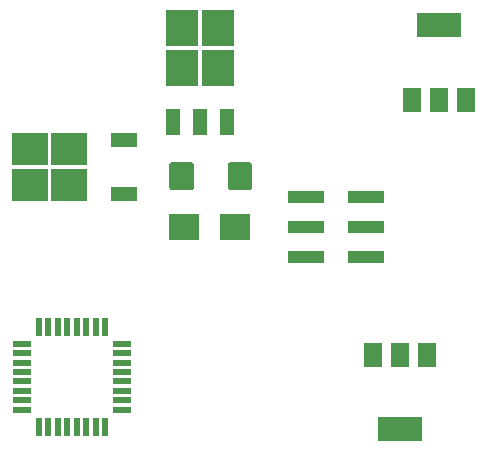
<source format=gbr>
G04 #@! TF.GenerationSoftware,KiCad,Pcbnew,(5.1.5)-3*
G04 #@! TF.CreationDate,2020-07-17T17:22:00-07:00*
G04 #@! TF.ProjectId,4-mill-vent,342d6d69-6c6c-42d7-9665-6e742e6b6963,rev?*
G04 #@! TF.SameCoordinates,Original*
G04 #@! TF.FileFunction,Paste,Bot*
G04 #@! TF.FilePolarity,Positive*
%FSLAX46Y46*%
G04 Gerber Fmt 4.6, Leading zero omitted, Abs format (unit mm)*
G04 Created by KiCad (PCBNEW (5.1.5)-3) date 2020-07-17 17:22:00*
%MOMM*%
%LPD*%
G04 APERTURE LIST*
%ADD10R,0.550000X1.600000*%
%ADD11R,1.600000X0.550000*%
%ADD12R,2.750000X3.050000*%
%ADD13R,1.200000X2.200000*%
%ADD14R,3.050000X2.750000*%
%ADD15R,2.200000X1.200000*%
%ADD16R,2.500000X2.300000*%
%ADD17C,0.100000*%
%ADD18R,1.500000X2.000000*%
%ADD19R,3.800000X2.000000*%
%ADD20R,3.150000X1.000000*%
G04 APERTURE END LIST*
D10*
X124398300Y-104919300D03*
X123598300Y-104919300D03*
X122798300Y-104919300D03*
X121998300Y-104919300D03*
X121198300Y-104919300D03*
X120398300Y-104919300D03*
X119598300Y-104919300D03*
X118798300Y-104919300D03*
D11*
X117348300Y-103469300D03*
X117348300Y-102669300D03*
X117348300Y-101869300D03*
X117348300Y-101069300D03*
X117348300Y-100269300D03*
X117348300Y-99469300D03*
X117348300Y-98669300D03*
X117348300Y-97869300D03*
D10*
X118798300Y-96419300D03*
X119598300Y-96419300D03*
X120398300Y-96419300D03*
X121198300Y-96419300D03*
X121998300Y-96419300D03*
X122798300Y-96419300D03*
X123598300Y-96419300D03*
X124398300Y-96419300D03*
D11*
X125848300Y-97869300D03*
X125848300Y-98669300D03*
X125848300Y-99469300D03*
X125848300Y-100269300D03*
X125848300Y-101069300D03*
X125848300Y-101869300D03*
X125848300Y-102669300D03*
X125848300Y-103469300D03*
D12*
X130936000Y-74505000D03*
X133986000Y-71155000D03*
X133986000Y-74505000D03*
X130936000Y-71155000D03*
D13*
X130181000Y-79130000D03*
X132461000Y-79130000D03*
X134741000Y-79130000D03*
D14*
X121368000Y-84456000D03*
X118018000Y-81406000D03*
X121368000Y-81406000D03*
X118018000Y-84456000D03*
D15*
X125993000Y-85211000D03*
X125993000Y-80651000D03*
D16*
X131073000Y-88011000D03*
X135373000Y-88011000D03*
D17*
G36*
X136624504Y-82519204D02*
G01*
X136648773Y-82522804D01*
X136672571Y-82528765D01*
X136695671Y-82537030D01*
X136717849Y-82547520D01*
X136738893Y-82560133D01*
X136758598Y-82574747D01*
X136776777Y-82591223D01*
X136793253Y-82609402D01*
X136807867Y-82629107D01*
X136820480Y-82650151D01*
X136830970Y-82672329D01*
X136839235Y-82695429D01*
X136845196Y-82719227D01*
X136848796Y-82743496D01*
X136850000Y-82768000D01*
X136850000Y-84618000D01*
X136848796Y-84642504D01*
X136845196Y-84666773D01*
X136839235Y-84690571D01*
X136830970Y-84713671D01*
X136820480Y-84735849D01*
X136807867Y-84756893D01*
X136793253Y-84776598D01*
X136776777Y-84794777D01*
X136758598Y-84811253D01*
X136738893Y-84825867D01*
X136717849Y-84838480D01*
X136695671Y-84848970D01*
X136672571Y-84857235D01*
X136648773Y-84863196D01*
X136624504Y-84866796D01*
X136600000Y-84868000D01*
X135025000Y-84868000D01*
X135000496Y-84866796D01*
X134976227Y-84863196D01*
X134952429Y-84857235D01*
X134929329Y-84848970D01*
X134907151Y-84838480D01*
X134886107Y-84825867D01*
X134866402Y-84811253D01*
X134848223Y-84794777D01*
X134831747Y-84776598D01*
X134817133Y-84756893D01*
X134804520Y-84735849D01*
X134794030Y-84713671D01*
X134785765Y-84690571D01*
X134779804Y-84666773D01*
X134776204Y-84642504D01*
X134775000Y-84618000D01*
X134775000Y-82768000D01*
X134776204Y-82743496D01*
X134779804Y-82719227D01*
X134785765Y-82695429D01*
X134794030Y-82672329D01*
X134804520Y-82650151D01*
X134817133Y-82629107D01*
X134831747Y-82609402D01*
X134848223Y-82591223D01*
X134866402Y-82574747D01*
X134886107Y-82560133D01*
X134907151Y-82547520D01*
X134929329Y-82537030D01*
X134952429Y-82528765D01*
X134976227Y-82522804D01*
X135000496Y-82519204D01*
X135025000Y-82518000D01*
X136600000Y-82518000D01*
X136624504Y-82519204D01*
G37*
G36*
X131699504Y-82519204D02*
G01*
X131723773Y-82522804D01*
X131747571Y-82528765D01*
X131770671Y-82537030D01*
X131792849Y-82547520D01*
X131813893Y-82560133D01*
X131833598Y-82574747D01*
X131851777Y-82591223D01*
X131868253Y-82609402D01*
X131882867Y-82629107D01*
X131895480Y-82650151D01*
X131905970Y-82672329D01*
X131914235Y-82695429D01*
X131920196Y-82719227D01*
X131923796Y-82743496D01*
X131925000Y-82768000D01*
X131925000Y-84618000D01*
X131923796Y-84642504D01*
X131920196Y-84666773D01*
X131914235Y-84690571D01*
X131905970Y-84713671D01*
X131895480Y-84735849D01*
X131882867Y-84756893D01*
X131868253Y-84776598D01*
X131851777Y-84794777D01*
X131833598Y-84811253D01*
X131813893Y-84825867D01*
X131792849Y-84838480D01*
X131770671Y-84848970D01*
X131747571Y-84857235D01*
X131723773Y-84863196D01*
X131699504Y-84866796D01*
X131675000Y-84868000D01*
X130100000Y-84868000D01*
X130075496Y-84866796D01*
X130051227Y-84863196D01*
X130027429Y-84857235D01*
X130004329Y-84848970D01*
X129982151Y-84838480D01*
X129961107Y-84825867D01*
X129941402Y-84811253D01*
X129923223Y-84794777D01*
X129906747Y-84776598D01*
X129892133Y-84756893D01*
X129879520Y-84735849D01*
X129869030Y-84713671D01*
X129860765Y-84690571D01*
X129854804Y-84666773D01*
X129851204Y-84642504D01*
X129850000Y-84618000D01*
X129850000Y-82768000D01*
X129851204Y-82743496D01*
X129854804Y-82719227D01*
X129860765Y-82695429D01*
X129869030Y-82672329D01*
X129879520Y-82650151D01*
X129892133Y-82629107D01*
X129906747Y-82609402D01*
X129923223Y-82591223D01*
X129941402Y-82574747D01*
X129961107Y-82560133D01*
X129982151Y-82547520D01*
X130004329Y-82537030D01*
X130027429Y-82528765D01*
X130051227Y-82522804D01*
X130075496Y-82519204D01*
X130100000Y-82518000D01*
X131675000Y-82518000D01*
X131699504Y-82519204D01*
G37*
D18*
X147052000Y-98831000D03*
X151652000Y-98831000D03*
X149352000Y-98831000D03*
D19*
X149352000Y-105131000D03*
D18*
X154982000Y-77211000D03*
X150382000Y-77211000D03*
X152682000Y-77211000D03*
D19*
X152682000Y-70911000D03*
D20*
X146467000Y-85431000D03*
X141417000Y-85431000D03*
X146467000Y-87971000D03*
X141417000Y-87971000D03*
X146467000Y-90511000D03*
X141417000Y-90511000D03*
M02*

</source>
